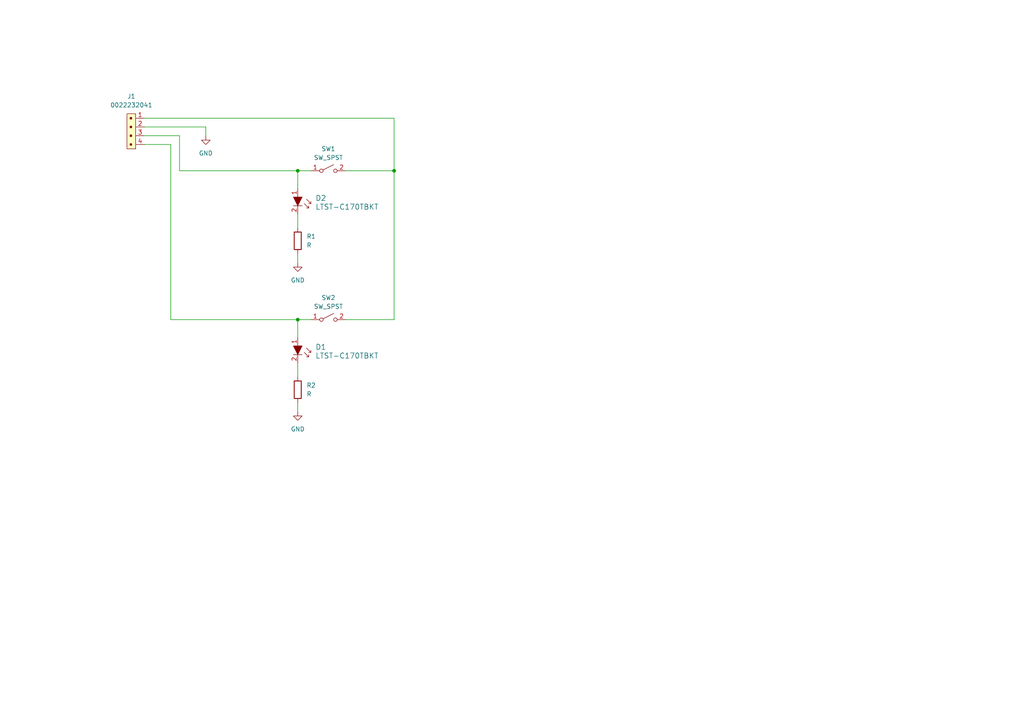
<source format=kicad_sch>
(kicad_sch (version 20250114) (generator "eeschema") (generator_version "9.0")
  (paper "A4")
  (lib_symbols
    (symbol "Device:R" (pin_numbers (hide yes)) (pin_names (offset 0))
      (property "Reference" "R" (at 2.032 0 90))
      (property "Value" "R" (at 0 0 90))
      (symbol "R_0_1"
        (rectangle (start -1.016 -2.54) (end 1.016 2.54) (stroke (width 0.254)))
      )
      (symbol "R_1_1"
        (pin passive line (at 0 3.81 270) (length 1.27) (name "~") (number "1"))
        (pin passive line (at 0 -3.81 90) (length 1.27) (name "~") (number "2"))
      )
    )
    (symbol "Switch:SW_SPST" (pin_names (offset 0) (hide yes))
      (property "Reference" "SW" (at 0 3.175 0))
      (property "Value" "SW_SPST" (at 0 -2.54 0))
      (symbol "SW_SPST_0_0"
        (circle (center -2.032 0) (radius 0.508))
        (polyline (pts (xy -1.524 0.254) (xy 1.524 1.778)))
        (circle (center 2.032 0) (radius 0.508))
      )
      (symbol "SW_SPST_1_1"
        (pin passive line (at -5.08 0 0) (length 2.54) (name "A") (number "1"))
        (pin passive line (at 5.08 0 180) (length 2.54) (name "B") (number "2"))
      )
    )
    (symbol "dk_LED-Indication-Discrete:LTST-C170TBKT" (pin_names (offset 0))
      (property "Reference" "D" (at -3.81 2.54 0))
      (property "Value" "LTST-C170TBKT" (at 0 -3.81 0))
      (symbol "LTST-C170TBKT_0_1"
        (polyline (pts (xy -2.54 1.27) (xy -2.54 -1.27) (xy 0 0) (xy -2.54 1.27)) (fill (type outline)))
        (polyline (pts (xy -1.27 3.81) (xy -0.635 3.81) (xy -0.635 3.175)))
        (polyline (pts (xy -0.635 3.81) (xy -1.905 2.54)))
        (polyline (pts (xy 0 3.175) (xy 0.635 3.175) (xy 0.635 2.54)))
        (polyline (pts (xy 0 1.27) (xy 0 -1.27)))
        (polyline (pts (xy 0.635 3.175) (xy -0.635 1.905)))
      )
      (symbol "LTST-C170TBKT_1_1"
        (pin passive line (at -5.08 0 0) (length 2.54) (name "~") (number "1"))
        (pin passive line (at 2.54 0 180) (length 2.54) (name "~") (number "2"))
      )
    )
    (symbol "dk_Rectangular-Connectors-Headers-Male-Pins:0022232041" (pin_names (offset 1.016))
      (property "Reference" "J" (at -2.54 1.27 0))
      (property "Value" "0022232041" (at 3.81 -3.81 0))
      (symbol "0022232041_1_1"
        (rectangle (start -1.27 0) (end 8.89 -2.54) (fill (type background)))
        (rectangle (start -0.254 -1.143) (end 0.254 -1.651) (fill (type outline)))
        (rectangle (start 2.286 -1.143) (end 2.794 -1.651) (fill (type outline)))
        (rectangle (start 4.826 -1.143) (end 5.334 -1.651) (fill (type outline)))
        (rectangle (start 7.366 -1.143) (end 7.874 -1.651) (fill (type outline)))
        (pin passive line (at 0 2.54 270) (length 2.54) (name "~") (number "1"))
        (pin passive line (at 2.54 2.54 270) (length 2.54) (name "~") (number "2"))
        (pin passive line (at 5.08 2.54 270) (length 2.54) (name "~") (number "3"))
        (pin passive line (at 7.62 2.54 270) (length 2.54) (name "~") (number "4"))
      )
    )
    (symbol "power:GND" (power) (pin_numbers (hide yes)) (pin_names (offset 0) (hide yes))
      (property "Value" "GND" (at 0 -3.81 0))
      (symbol "GND_0_1"
        (polyline (pts (xy 0 0) (xy 0 -1.27) (xy 1.27 -1.27) (xy 0 -2.54) (xy -1.27 -1.27) (xy 0 -1.27)))
      )
      (symbol "GND_1_1"
        (pin power_in line (at 0 0 270) (length 0) (name "~") (number "1"))
      )
    )
  )
  (junction (at 86.36 49.53))
  (junction (at 114.3 49.53))
  (junction (at 86.36 92.71))
  (wire (pts (xy 41.91 41.91) (xy 49.53 41.91)))
  (wire (pts (xy 86.36 49.53) (xy 90.17 49.53)))
  (wire (pts (xy 52.07 49.53) (xy 86.36 49.53)))
  (wire (pts (xy 86.36 105.41) (xy 86.36 109.22)))
  (wire (pts (xy 49.53 92.71) (xy 86.36 92.71)))
  (wire (pts (xy 86.36 116.84) (xy 86.36 119.38)))
  (wire (pts (xy 86.36 97.79) (xy 86.36 92.71)))
  (wire (pts (xy 114.3 49.53) (xy 114.3 92.71)))
  (wire (pts (xy 100.33 49.53) (xy 114.3 49.53)))
  (wire (pts (xy 49.53 92.71) (xy 49.53 41.91)))
  (wire (pts (xy 41.91 34.29) (xy 114.3 34.29)))
  (wire (pts (xy 86.36 92.71) (xy 90.17 92.71)))
  (wire (pts (xy 59.69 36.83) (xy 59.69 39.37)))
  (wire (pts (xy 114.3 34.29) (xy 114.3 49.53)))
  (wire (pts (xy 52.07 39.37) (xy 52.07 49.53)))
  (wire (pts (xy 86.36 73.66) (xy 86.36 76.2)))
  (wire (pts (xy 100.33 92.71) (xy 114.3 92.71)))
  (wire (pts (xy 41.91 39.37) (xy 52.07 39.37)))
  (wire (pts (xy 41.91 36.83) (xy 59.69 36.83)))
  (wire (pts (xy 86.36 54.61) (xy 86.36 49.53)))
  (wire (pts (xy 86.36 62.23) (xy 86.36 66.04)))
  (symbol (lib_id "Switch:SW_SPST") (at 95.25 92.71 0) (unit 1)
    (property "Reference" "SW2" (at 95.25 86.36 0))
    (property "Value" "SW_SPST" (at 95.25 88.9 0))
    (property "Description" "Single Pole Single Throw (SPST) switch" (effects (hide yes)))
  )
  (symbol (lib_id "power:GND") (at 86.36 76.2 0) (unit 1)
    (property "Reference" "#PWR02" (effects (hide yes)))
    (property "Value" "GND" (at 86.36 81.28 0))
    (property "Description" "Power symbol creates a global label with name \"GND\" , ground" (effects (hide yes)))
  )
  (symbol (lib_id "dk_Rectangular-Connectors-Headers-Male-Pins:0022232041") (at 39.37 34.29 270) (unit 1)
    (property "Reference" "J1" (at 38.1 27.94 90))
    (property "Value" "0022232041" (at 38.1 30.48 90))
    (property "Footprint" "digikey-footprints:PinHeader_1x4_P2.54mm_Drill1.02mm" (effects (hide yes)))
    (property "Datasheet" "https://www.molex.com/pdm_docs/sd/022232041_sd.pdf" (effects (hide yes)))
    (property "Description" "CONN HEADER VERT 4POS 2.54MM" (effects (hide yes)))
    (property "Digi-Key_PN" "WM4202-ND" (effects (hide yes)))
    (property "MPN" "0022232041" (effects (hide yes)))
    (property "Category" "Connectors, Interconnects" (effects (hide yes)))
    (property "Family" "Rectangular Connectors - Headers, Male Pins" (effects (hide yes)))
    (property "DK_Datasheet_Link" "https://www.molex.com/pdm_docs/sd/022232041_sd.pdf" (effects (hide yes)))
    (property "DK_Detail_Page" "/product-detail/en/molex/0022232041/WM4202-ND/26671" (effects (hide yes)))
    (property "Description_1" "CONN HEADER VERT 4POS 2.54MM" (effects (hide yes)))
    (property "Manufacturer" "Molex" (effects (hide yes)))
    (property "Status" "Active" (effects (hide yes)))
  )
  (symbol (lib_id "Switch:SW_SPST") (at 95.25 49.53 0) (unit 1)
    (property "Reference" "SW1" (at 95.25 43.18 0))
    (property "Value" "SW_SPST" (at 95.25 45.72 0))
    (property "Description" "Single Pole Single Throw (SPST) switch" (effects (hide yes)))
  )
  (symbol (lib_id "dk_LED-Indication-Discrete:LTST-C170TBKT") (at 86.36 102.87 270) (unit 1)
    (property "Reference" "D1" (at 91.44 100.6474 90) (effects (font (size 1.524 1.524)) (justify left)))
    (property "Value" "LTST-C170TBKT" (at 91.44 103.1874 90) (effects (font (size 1.524 1.524)) (justify left)))
    (property "Footprint" "digikey-footprints:0805" (effects (hide yes)))
    (property "Datasheet" "http://optoelectronics.liteon.com/upload/download/DS-22-99-0226/LTST-C170TBKT.pdf" (effects (hide yes)))
    (property "Description" "LED BLUE CLEAR SMD" (effects (hide yes)))
    (property "Digi-Key_PN" "160-1579-1-ND" (effects (hide yes)))
    (property "MPN" "LTST-C170TBKT" (effects (hide yes)))
    (property "Category" "Optoelectronics" (effects (hide yes)))
    (property "Family" "LED Indication - Discrete" (effects (hide yes)))
    (property "DK_Datasheet_Link" "http://optoelectronics.liteon.com/upload/download/DS-22-99-0226/LTST-C170TBKT.pdf" (effects (hide yes)))
    (property "DK_Detail_Page" "/product-detail/en/lite-on-inc/LTST-C170TBKT/160-1579-1-ND/564889" (effects (hide yes)))
    (property "Description_1" "LED BLUE CLEAR SMD" (effects (hide yes)))
    (property "Manufacturer" "Lite-On Inc." (effects (hide yes)))
    (property "Status" "Active" (effects (hide yes)))
  )
  (symbol (lib_id "power:GND") (at 86.36 119.38 0) (unit 1)
    (property "Reference" "#PWR01" (effects (hide yes)))
    (property "Value" "GND" (at 86.36 124.46 0))
    (property "Description" "Power symbol creates a global label with name \"GND\" , ground" (effects (hide yes)))
  )
  (symbol (lib_id "Device:R") (at 86.36 113.03 0) (unit 1)
    (property "Reference" "R2" (at 88.9 111.7599 0) (effects (justify left)))
    (property "Value" "R" (at 88.9 114.2999 0) (effects (justify left)))
    (property "Description" "Resistor" (effects (hide yes)))
  )
  (symbol (lib_id "Device:R") (at 86.36 69.85 0) (unit 1)
    (property "Reference" "R1" (at 88.9 68.5799 0) (effects (justify left)))
    (property "Value" "R" (at 88.9 71.1199 0) (effects (justify left)))
    (property "Description" "Resistor" (effects (hide yes)))
  )
  (symbol (lib_id "power:GND") (at 59.69 39.37 0) (unit 1)
    (property "Reference" "#PWR03" (effects (hide yes)))
    (property "Value" "GND" (at 59.69 44.45 0))
    (property "Description" "Power symbol creates a global label with name \"GND\" , ground" (effects (hide yes)))
  )
  (symbol (lib_id "dk_LED-Indication-Discrete:LTST-C170TBKT") (at 86.36 59.69 270) (unit 1)
    (property "Reference" "D2" (at 91.44 57.4674 90) (effects (font (size 1.524 1.524)) (justify left)))
    (property "Value" "LTST-C170TBKT" (at 91.44 60.0074 90) (effects (font (size 1.524 1.524)) (justify left)))
    (property "Footprint" "digikey-footprints:0805" (effects (hide yes)))
    (property "Datasheet" "http://optoelectronics.liteon.com/upload/download/DS-22-99-0226/LTST-C170TBKT.pdf" (effects (hide yes)))
    (property "Description" "LED BLUE CLEAR SMD" (effects (hide yes)))
    (property "Digi-Key_PN" "160-1579-1-ND" (effects (hide yes)))
    (property "MPN" "LTST-C170TBKT" (effects (hide yes)))
    (property "Category" "Optoelectronics" (effects (hide yes)))
    (property "Family" "LED Indication - Discrete" (effects (hide yes)))
    (property "DK_Datasheet_Link" "http://optoelectronics.liteon.com/upload/download/DS-22-99-0226/LTST-C170TBKT.pdf" (effects (hide yes)))
    (property "DK_Detail_Page" "/product-detail/en/lite-on-inc/LTST-C170TBKT/160-1579-1-ND/564889" (effects (hide yes)))
    (property "Description_1" "LED BLUE CLEAR SMD" (effects (hide yes)))
    (property "Manufacturer" "Lite-On Inc." (effects (hide yes)))
    (property "Status" "Active" (effects (hide yes)))
  )
)
</source>
